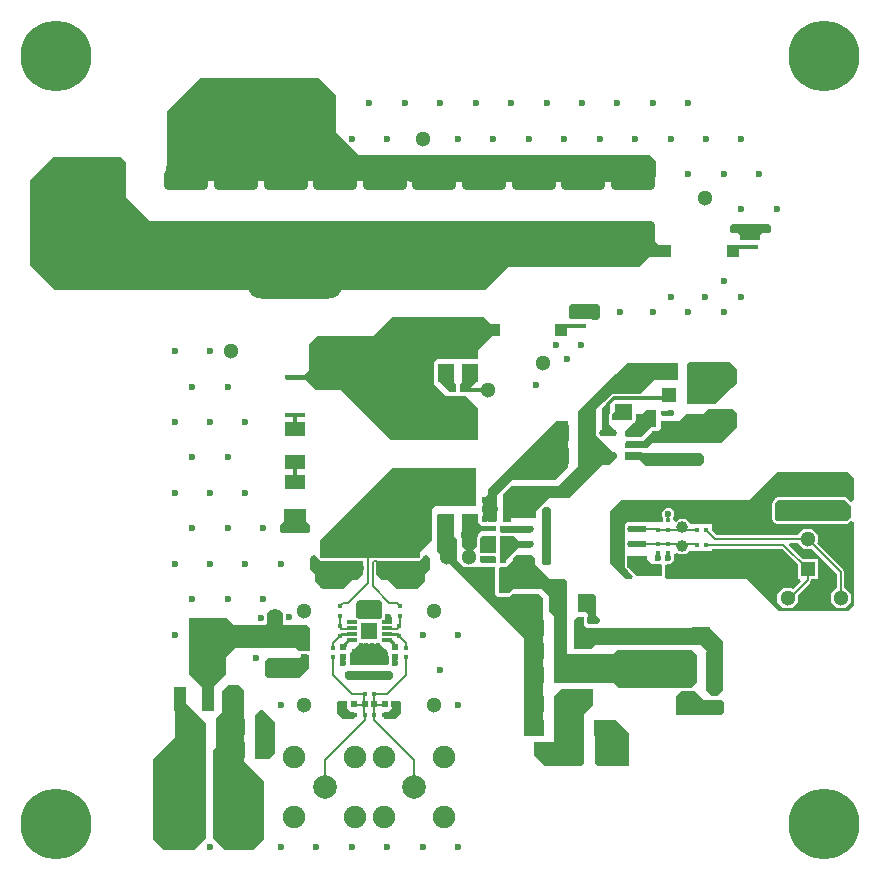
<source format=gbr>
%TF.GenerationSoftware,Altium Limited,Altium Designer,22.9.1 (49)*%
G04 Layer_Physical_Order=1*
G04 Layer_Color=255*
%FSLAX45Y45*%
%MOMM*%
%TF.SameCoordinates,E77D5F78-0586-4990-9624-58BD59020D5A*%
%TF.FilePolarity,Positive*%
%TF.FileFunction,Copper,L1,Top,Signal*%
%TF.Part,Single*%
G01*
G75*
%TA.AperFunction,SMDPad,CuDef*%
%ADD10R,0.45000X0.45000*%
%ADD11R,1.00000X1.45000*%
G04:AMPARAMS|DCode=12|XSize=1.65506mm|YSize=0.58213mm|CornerRadius=0.29107mm|HoleSize=0mm|Usage=FLASHONLY|Rotation=180.000|XOffset=0mm|YOffset=0mm|HoleType=Round|Shape=RoundedRectangle|*
%AMROUNDEDRECTD12*
21,1,1.65506,0.00000,0,0,180.0*
21,1,1.07293,0.58213,0,0,180.0*
1,1,0.58213,-0.53646,0.00000*
1,1,0.58213,0.53646,0.00000*
1,1,0.58213,0.53646,0.00000*
1,1,0.58213,-0.53646,0.00000*
%
%ADD12ROUNDEDRECTD12*%
%ADD13R,1.65506X0.58213*%
%ADD14R,1.40000X1.40000*%
G04:AMPARAMS|DCode=15|XSize=0.86mm|YSize=0.26mm|CornerRadius=0.0325mm|HoleSize=0mm|Usage=FLASHONLY|Rotation=90.000|XOffset=0mm|YOffset=0mm|HoleType=Round|Shape=RoundedRectangle|*
%AMROUNDEDRECTD15*
21,1,0.86000,0.19500,0,0,90.0*
21,1,0.79500,0.26000,0,0,90.0*
1,1,0.06500,0.09750,0.39750*
1,1,0.06500,0.09750,-0.39750*
1,1,0.06500,-0.09750,-0.39750*
1,1,0.06500,-0.09750,0.39750*
%
%ADD15ROUNDEDRECTD15*%
G04:AMPARAMS|DCode=16|XSize=0.86mm|YSize=0.26mm|CornerRadius=0.0325mm|HoleSize=0mm|Usage=FLASHONLY|Rotation=0.000|XOffset=0mm|YOffset=0mm|HoleType=Round|Shape=RoundedRectangle|*
%AMROUNDEDRECTD16*
21,1,0.86000,0.19500,0,0,0.0*
21,1,0.79500,0.26000,0,0,0.0*
1,1,0.06500,0.39750,-0.09750*
1,1,0.06500,-0.39750,-0.09750*
1,1,0.06500,-0.39750,0.09750*
1,1,0.06500,0.39750,0.09750*
%
%ADD16ROUNDEDRECTD16*%
%ADD17R,1.75000X1.15000*%
%ADD18R,0.52000X0.52000*%
%ADD19R,1.45000X1.00000*%
%ADD20C,1.40000*%
%ADD21R,3.25000X2.15000*%
%ADD22R,1.00000X2.15000*%
G04:AMPARAMS|DCode=23|XSize=1.7mm|YSize=3.8mm|CornerRadius=0.425mm|HoleSize=0mm|Usage=FLASHONLY|Rotation=90.000|XOffset=0mm|YOffset=0mm|HoleType=Round|Shape=RoundedRectangle|*
%AMROUNDEDRECTD23*
21,1,1.70000,2.95000,0,0,90.0*
21,1,0.85000,3.80000,0,0,90.0*
1,1,0.85000,1.47500,0.42500*
1,1,0.85000,1.47500,-0.42500*
1,1,0.85000,-1.47500,-0.42500*
1,1,0.85000,-1.47500,0.42500*
%
%ADD23ROUNDEDRECTD23*%
G04:AMPARAMS|DCode=24|XSize=5.5mm|YSize=4.5mm|CornerRadius=1.125mm|HoleSize=0mm|Usage=FLASHONLY|Rotation=180.000|XOffset=0mm|YOffset=0mm|HoleType=Round|Shape=RoundedRectangle|*
%AMROUNDEDRECTD24*
21,1,5.50000,2.25000,0,0,180.0*
21,1,3.25000,4.50000,0,0,180.0*
1,1,2.25000,-1.62500,1.12500*
1,1,2.25000,1.62500,1.12500*
1,1,2.25000,1.62500,-1.12500*
1,1,2.25000,-1.62500,-1.12500*
%
%ADD24ROUNDEDRECTD24*%
%ADD25R,1.35000X1.65000*%
%ADD26R,7.00000X3.20000*%
%ADD27R,0.71120X0.39370*%
%ADD28R,1.70000X0.45000*%
%ADD29R,0.75000X0.85000*%
%ADD30R,1.00000X1.00000*%
%ADD31R,1.60000X1.20000*%
%ADD32R,1.60000X3.30000*%
G04:AMPARAMS|DCode=33|XSize=1.50543mm|YSize=0.57583mm|CornerRadius=0.28791mm|HoleSize=0mm|Usage=FLASHONLY|Rotation=180.000|XOffset=0mm|YOffset=0mm|HoleType=Round|Shape=RoundedRectangle|*
%AMROUNDEDRECTD33*
21,1,1.50543,0.00000,0,0,180.0*
21,1,0.92960,0.57583,0,0,180.0*
1,1,0.57583,-0.46480,0.00000*
1,1,0.57583,0.46480,0.00000*
1,1,0.57583,0.46480,0.00000*
1,1,0.57583,-0.46480,0.00000*
%
%ADD33ROUNDEDRECTD33*%
%ADD34R,1.50543X0.57583*%
%ADD35R,1.52400X1.52400*%
%ADD36R,1.20000X1.20000*%
%ADD37R,0.45000X0.45000*%
%ADD38C,1.30000*%
%ADD39R,0.52000X0.52000*%
%ADD40C,1.00000*%
%ADD41R,1.52400X1.52400*%
%ADD42R,1.20000X1.20000*%
%ADD43R,0.85000X0.75000*%
G04:AMPARAMS|DCode=44|XSize=8mm|YSize=4.5mm|CornerRadius=1.125mm|HoleSize=0mm|Usage=FLASHONLY|Rotation=0.000|XOffset=0mm|YOffset=0mm|HoleType=Round|Shape=RoundedRectangle|*
%AMROUNDEDRECTD44*
21,1,8.00000,2.25000,0,0,0.0*
21,1,5.75000,4.50000,0,0,0.0*
1,1,2.25000,2.87500,-1.12500*
1,1,2.25000,-2.87500,-1.12500*
1,1,2.25000,-2.87500,1.12500*
1,1,2.25000,2.87500,1.12500*
%
%ADD44ROUNDEDRECTD44*%
%TA.AperFunction,Conductor*%
%ADD45C,0.50000*%
%ADD46C,0.30000*%
%ADD47C,0.18500*%
%ADD48C,0.20000*%
%ADD49C,0.40000*%
%ADD50C,0.25000*%
%TA.AperFunction,ComponentPad*%
%ADD51C,2.50000*%
%ADD52C,1.30000*%
%ADD53C,0.60000*%
%ADD54R,1.30000X1.30000*%
%ADD55R,1.30000X1.30000*%
%ADD56C,1.90500*%
%ADD57C,2.00660*%
%ADD58C,6.00000*%
%TA.AperFunction,ViaPad*%
%ADD59C,0.60000*%
G36*
X2870000Y6660000D02*
Y6350000D01*
X3059999Y6160000D01*
X5530000D01*
X5580000Y6110000D01*
Y5980000D01*
X5535072Y5935072D01*
X1460000Y5940000D01*
X1440000Y5960000D01*
Y6530000D01*
X1720000Y6810000D01*
X2720000D01*
X2870000Y6660000D01*
D02*
G37*
G36*
X6550000Y5560000D02*
Y5520000D01*
X6530000Y5500000D01*
X6480000D01*
X6460000Y5480000D01*
Y5450000D01*
X6450000Y5440000D01*
X6300000Y5440000D01*
X6290000Y5450000D01*
Y5480000D01*
X6270000Y5500000D01*
X6220000D01*
X6200000Y5520000D01*
Y5560000D01*
X6220000Y5580000D01*
X6530000D01*
X6550000Y5560000D01*
D02*
G37*
G36*
X1090000Y6100000D02*
Y5800000D01*
X1289991Y5600009D01*
X5530000Y5599991D01*
X5569991Y5560000D01*
X5570000Y5430000D01*
X5580000Y5420000D01*
X5600000Y5400000D01*
X5700000D01*
X5700000Y5300000D01*
X5520000D01*
X5430000Y5210000D01*
X4320000D01*
X4130000Y5020000D01*
X490000D01*
X280000Y5230000D01*
Y5950000D01*
X470000Y6140000D01*
X1049999D01*
X1090000Y6100000D01*
D02*
G37*
G36*
X5100000Y4880000D02*
Y4780000D01*
X5080000Y4760000D01*
Y4760000D01*
X5040000D01*
X5030000Y4770000D01*
X4859999D01*
X4840000Y4790000D01*
X4840000Y4880000D01*
X4860000Y4900000D01*
X5080000D01*
X5100000Y4880000D01*
D02*
G37*
G36*
X4180000Y4730000D02*
X4250000D01*
Y4630000D01*
X4190000D01*
X4070000Y4510000D01*
Y4430000D01*
X3720000D01*
X3700000Y4410000D01*
Y4220000D01*
X3800000Y4120000D01*
X3970000D01*
X4070000Y4020000D01*
Y3750000D01*
X3330000D01*
X2910000Y4170000D01*
X2700000Y4169999D01*
X2609999Y4260000D01*
X2440000Y4260000D01*
Y4290001D01*
X2450000Y4300000D01*
X2600000Y4300000D01*
X2640000Y4340000D01*
Y4560000D01*
X2710000Y4630000D01*
X3180000D01*
X3340000Y4790000D01*
X4120000D01*
X4180000Y4730000D01*
D02*
G37*
G36*
X4060000Y4340000D02*
Y4240000D01*
X3970000Y4150000D01*
X3920000D01*
X3920000Y4219999D01*
X3939999Y4239999D01*
X3940000Y4310000D01*
X3980000Y4350000D01*
X4050000D01*
X4060000Y4340000D01*
D02*
G37*
G36*
X3860000Y4300000D02*
Y4240000D01*
X3880000Y4220000D01*
X3880000Y4150000D01*
X3830000D01*
X3750000Y4229999D01*
X3750000Y4290000D01*
X3772500Y4312500D01*
X3847500D01*
X3860000Y4300000D01*
D02*
G37*
G36*
X6260000Y4350000D02*
Y4230000D01*
X6220000Y4190000D01*
X6080000Y4050000D01*
X5840000D01*
Y4390000D01*
X5860000Y4410000D01*
X6200000D01*
X6260000Y4350000D01*
D02*
G37*
G36*
X5370000Y3920000D02*
X5210000D01*
Y3970000D01*
X5230000Y3990000D01*
Y4050000D01*
X5370000D01*
Y3920000D01*
D02*
G37*
G36*
X5190000Y3985999D02*
X5185000D01*
Y3975000D01*
X5180000Y3970000D01*
Y3880000D01*
X5230000Y3830000D01*
Y3780000D01*
X5110000D01*
Y3830000D01*
X5120000Y3840000D01*
Y4020000D01*
X5150000Y4050000D01*
X5190000D01*
Y3985999D01*
D02*
G37*
G36*
X5580000Y3860000D02*
X5540000D01*
X5450000Y3770000D01*
X5330000Y3770000D01*
X5310000Y3790000D01*
X5310000Y3820000D01*
X5384000Y3894000D01*
X5394999D01*
Y3904999D01*
X5410000Y3920000D01*
Y3960000D01*
X5450000D01*
X5490000Y4000000D01*
X5580000D01*
Y3860000D01*
D02*
G37*
G36*
X6260000Y3980000D02*
Y3850000D01*
X6130000Y3720000D01*
X5540000D01*
X5500000Y3680000D01*
X5320000D01*
X5310000Y3690000D01*
Y3720000D01*
X5330000Y3740000D01*
X5470000D01*
X5540000Y3810000D01*
Y3820000D01*
X5590000D01*
X5620000Y3850000D01*
Y3910000D01*
X5770000D01*
X5830000Y3970000D01*
X5980000D01*
X6020000Y4010000D01*
X6230000D01*
X6260000Y3980000D01*
D02*
G37*
G36*
X5470000Y3640000D02*
X5950000Y3639999D01*
X5980000Y3610000D01*
Y3560000D01*
X5950000Y3530000D01*
X5490000Y3530000D01*
X5440000Y3580000D01*
X5310000D01*
Y3650000D01*
X5460000D01*
X5470000Y3640000D01*
D02*
G37*
G36*
X4830000Y3520000D02*
X4720000Y3410000D01*
X4372143Y3410000D01*
X4360000D01*
X4230000Y3280000D01*
Y3060000D01*
X4110000D01*
X4110000Y3250000D01*
X4150000Y3290000D01*
X4150000Y3330000D01*
X4210000Y3390000D01*
X4350000Y3530000D01*
X4550000Y3730000D01*
X4670000Y3849999D01*
X4730000Y3910000D01*
X4830000D01*
Y3520000D01*
D02*
G37*
G36*
X7250000Y3430000D02*
Y3235970D01*
X7225000Y3225614D01*
X7195307Y3255307D01*
X7180000Y3261648D01*
X6610000D01*
X6594693Y3255307D01*
X6594385Y3255000D01*
X6587500D01*
Y3248114D01*
X6564692Y3225307D01*
X6558352Y3209999D01*
Y3080000D01*
X6564692Y3064692D01*
X6584693Y3044692D01*
X6600000Y3038352D01*
X7190000D01*
X7205308Y3044693D01*
X7225000Y3064385D01*
X7250000Y3054030D01*
Y2350000D01*
X7200000Y2300000D01*
X6620000D01*
X6350000Y2570000D01*
X5663279D01*
X5649577Y2595000D01*
X5651648Y2600000D01*
Y2678165D01*
X5656536Y2692133D01*
X5674566Y2700000D01*
X5700710D01*
X5729999Y2729289D01*
Y2770710D01*
X5732486Y2782159D01*
X5759812Y2790187D01*
X5770000Y2780000D01*
X5770977D01*
X5770978Y2779999D01*
X5828968D01*
X5828968Y2780000D01*
X5830000D01*
X5860000Y2810000D01*
X6050000D01*
Y2828340D01*
X6642885D01*
X6774999Y2696226D01*
Y2571000D01*
X6793562D01*
X6803129Y2547903D01*
X6737701Y2482475D01*
X6725177Y2494999D01*
X6654761D01*
X6604969Y2445207D01*
Y2374791D01*
X6654761Y2324999D01*
X6725177D01*
X6774969Y2374791D01*
Y2430195D01*
X6882386Y2537612D01*
X6891659Y2559999D01*
Y2571000D01*
X6944999D01*
Y2741000D01*
X6819773D01*
X6705529Y2855243D01*
X6715096Y2878340D01*
X6774999D01*
Y2874792D01*
X6824791Y2825000D01*
X6895207D01*
X6897716Y2827509D01*
X7108340Y2616885D01*
Y2494999D01*
X7104792D01*
X7055000Y2445207D01*
Y2374791D01*
X7104792Y2324999D01*
X7175208D01*
X7225000Y2374791D01*
Y2445207D01*
X7175208Y2494999D01*
X7171660D01*
Y2629999D01*
X7162387Y2652385D01*
X6942490Y2872283D01*
X6944999Y2874792D01*
Y2945208D01*
X6895207Y2995000D01*
X6824791D01*
X6774999Y2945208D01*
Y2941660D01*
X6093114D01*
X6050000Y2984773D01*
Y3040000D01*
X5870000D01*
X5830000Y3080000D01*
X5770000D01*
X5747499Y3057499D01*
X5722499Y3067855D01*
Y3091789D01*
X5729999Y3099289D01*
Y3140710D01*
X5700710Y3170000D01*
X5659289D01*
X5630000Y3140710D01*
Y3099289D01*
X5637500Y3091789D01*
Y3050000D01*
X5330000D01*
X5310000Y3030000D01*
Y2790000D01*
X5315304Y2784696D01*
Y2716014D01*
X5310000Y2710711D01*
Y2669289D01*
X5339289Y2640000D01*
X5339385D01*
X5384385Y2595000D01*
X5374030Y2570000D01*
X5320000D01*
X5190000Y2700000D01*
Y3150000D01*
X5280000Y3240000D01*
X6360000D01*
X6600000Y3480000D01*
X7200000Y3480000D01*
X7250000Y3430000D01*
D02*
G37*
G36*
X5760000Y4260000D02*
X5560000D01*
X5440000Y4140000D01*
X5200000D01*
X5132500Y4072499D01*
X5127500D01*
Y4067500D01*
X5070000Y4010000D01*
Y3790000D01*
X5084536Y3775463D01*
X5088305Y3769823D01*
X5093945Y3766055D01*
X5209999Y3650000D01*
X5230000D01*
X5250000Y3630000D01*
Y3600000D01*
X5190000Y3540000D01*
X5120000D01*
X4840000Y3260000D01*
X4670000Y3260000D01*
X4560000Y3150000D01*
X4560000Y3100000D01*
X4550000Y3090000D01*
X4322500D01*
X4280000Y3132500D01*
Y3290000D01*
X4350000Y3360000D01*
X4749999D01*
X4880000Y3490000D01*
X4920000Y3530000D01*
X4920000Y3990000D01*
X5240000Y4310000D01*
X5330000Y4400000D01*
X5760000Y4400000D01*
Y4260000D01*
D02*
G37*
G36*
X7230000Y3190000D02*
Y3100000D01*
X7190000Y3060000D01*
X6600000D01*
X6580000Y3080000D01*
Y3209999D01*
X6610000Y3240000D01*
X7180000D01*
X7230000Y3190000D01*
D02*
G37*
G36*
X4067500Y3052500D02*
X4097500Y3022500D01*
X4220000D01*
Y2977499D01*
X4097500Y2977500D01*
X4060000Y2940000D01*
Y2850000D01*
X4020000Y2810000D01*
X3970000D01*
X3932500Y2847500D01*
X3932500Y3062500D01*
X3940000Y3070000D01*
X4067500D01*
Y3052500D01*
D02*
G37*
G36*
X4515589Y2964393D02*
X4270606D01*
X4257500Y2977500D01*
Y3022500D01*
X4257606Y3022606D01*
X4515589D01*
Y2964393D01*
D02*
G37*
G36*
X2610000Y3060000D02*
X2650000Y3020000D01*
Y2980000D01*
X2630000Y2960000D01*
X2410000D01*
X2390000Y2980000D01*
Y3020000D01*
X2430000Y3060000D01*
Y3160000D01*
X2610000D01*
Y3060000D01*
D02*
G37*
G36*
X4222500Y2795239D02*
X4084440D01*
Y2914440D01*
X4102485Y2932485D01*
X4222500D01*
X4222500Y2795239D01*
D02*
G37*
G36*
X4050000Y3189999D02*
X3710000D01*
X3680000Y3160000D01*
X3679999Y2899999D01*
X3580000Y2799999D01*
Y2760000D01*
X3570000Y2750000D01*
X2740001D01*
X2730000Y2760000D01*
Y2900000D01*
X3340000Y3510000D01*
X4050000D01*
Y3189999D01*
D02*
G37*
G36*
X4408296Y2895606D02*
X4515589D01*
Y2837393D01*
X4408296D01*
X4302500Y2731597D01*
Y2707499D01*
X4257500D01*
X4257500Y2932485D01*
X4371418D01*
X4408296Y2895606D01*
D02*
G37*
G36*
X4222500Y2752499D02*
Y2707499D01*
X4102330D01*
X4084440Y2725389D01*
Y2764759D01*
X4210240D01*
X4222500Y2752499D01*
D02*
G37*
G36*
X4690000Y3160000D02*
X4690000Y2710000D01*
X4670000Y2689999D01*
X4629999Y2690000D01*
X4610000Y2710000D01*
X4609999Y3160000D01*
X4630000Y3180000D01*
X4670000Y3180000D01*
X4690000Y3160000D01*
D02*
G37*
G36*
X5500000Y2740000D02*
X5540000Y2700000D01*
X5620000D01*
X5630000Y2690000D01*
Y2600000D01*
X5410000D01*
X5340000Y2670000D01*
Y2760000D01*
X5500000D01*
Y2740000D01*
D02*
G37*
G36*
X3660000Y2750000D02*
Y2650000D01*
X3620000Y2610000D01*
Y2550000D01*
X3560000Y2490000D01*
X3380000D01*
X3310000Y2560000D01*
X3260000D01*
X3209999Y2610001D01*
X3210000Y2720000D01*
X3570000Y2720000D01*
X3587500Y2737500D01*
X3592500D01*
Y2742500D01*
X3620000Y2770000D01*
X3640000D01*
X3660000Y2750000D01*
D02*
G37*
G36*
X2717501Y2742499D02*
Y2737500D01*
X2722500D01*
X2740000Y2720000D01*
X3100000D01*
Y2610000D01*
X3050000Y2560000D01*
X3000000D01*
X2930000Y2490000D01*
X2750000D01*
X2690000Y2550000D01*
Y2610000D01*
X2650000Y2650000D01*
Y2750000D01*
X2670000Y2770000D01*
X2690000D01*
X2717501Y2742499D01*
D02*
G37*
G36*
X3240000Y2389999D02*
X3260000Y2369999D01*
Y2259946D01*
Y2240054D01*
Y2240000D01*
X3258455Y2238455D01*
X3255250D01*
X3246178Y2236651D01*
X3238488Y2231512D01*
X3237477Y2229999D01*
X3062523D01*
X3061512Y2231512D01*
X3053821Y2236651D01*
X3044750Y2238455D01*
X3041544D01*
X3040000Y2239999D01*
Y2370000D01*
X3060000Y2390000D01*
X3240000Y2389999D01*
D02*
G37*
G36*
X3340000Y2220000D02*
X3330000Y2210000D01*
Y2200000D01*
X3290000D01*
X3280000Y2210000D01*
Y2238030D01*
X3280392Y2240000D01*
Y2240054D01*
Y2250000D01*
X3340000D01*
Y2220000D01*
D02*
G37*
G36*
X5070000Y2420000D02*
Y2260000D01*
X5100000Y2230000D01*
Y2210000D01*
X5080000Y2190000D01*
X5000000D01*
Y2270000D01*
X4980000Y2290000D01*
X4920000D01*
Y2440000D01*
X5050000D01*
X5070000Y2420000D01*
D02*
G37*
G36*
X2420000Y2240054D02*
Y2190000D01*
X2430000Y2180000D01*
X2620000D01*
X2650000Y2150000D01*
Y1970000D01*
X2640000Y1960000D01*
X2550000Y1960000D01*
X2520000Y1990000D01*
X2020000D01*
X1940000Y1910000D01*
Y1770000D01*
X1830000Y1660000D01*
Y1450000D01*
X1730000D01*
Y1660000D01*
X1620000Y1770000D01*
Y2240000D01*
X1940000D01*
X2000000Y2180000D01*
X2270000D01*
X2280000Y2190000D01*
Y2250000D01*
X2420000D01*
Y2240054D01*
D02*
G37*
G36*
X3310541Y1946692D02*
X3310542Y1841441D01*
X2985542D01*
X2985541Y1946692D01*
X3060041Y2021192D01*
X3236042D01*
X3310541Y1946692D01*
D02*
G37*
G36*
X2640000Y1820000D02*
X2550000Y1730000D01*
X2289999D01*
X2270000Y1750000D01*
X2270000Y1880000D01*
X2290000Y1900000D01*
X2550000D01*
X2580000Y1930000D01*
X2640000D01*
Y1820000D01*
D02*
G37*
G36*
X3333041Y1791442D02*
X3348042Y1776442D01*
Y1736442D01*
X3328042Y1716442D01*
X2968041D01*
X2948042Y1736442D01*
Y1776442D01*
X2963042Y1791442D01*
X3333041Y1791442D01*
D02*
G37*
G36*
X4550000Y2750000D02*
Y2700000D01*
X4680000Y2570000D01*
X4800000D01*
X4820000Y2550000D01*
Y1940000D01*
X5220000Y1939999D01*
X5250000Y1970000D01*
X5880000Y1969999D01*
X5920000Y1930000D01*
Y1700000D01*
X5870000Y1650000D01*
X5260000D01*
X5220000Y1689999D01*
X4830000Y1690000D01*
X4710000D01*
Y2260000D01*
X4670000Y2300000D01*
Y2430000D01*
X4610000Y2490000D01*
X4460000D01*
X4370000Y2490000D01*
X4330000Y2450000D01*
X4260000D01*
X4250000Y2460000D01*
Y2660000D01*
X4260000Y2670000D01*
X4310000D01*
X4370000Y2730000D01*
Y2750000D01*
X4390000Y2770000D01*
X4530000D01*
X4550000Y2750000D01*
D02*
G37*
G36*
X4970000Y2180000D02*
X4975001Y2174999D01*
Y2174000D01*
X4976000D01*
X4990000Y2160000D01*
X6030000D01*
X6140000Y2050000D01*
Y1630000D01*
X6090000Y1580000D01*
X6050000D01*
X6000000Y1630000D01*
Y1950000D01*
X6010000Y1960000D01*
X5960000Y2010000D01*
X5060000D01*
X5030000Y1980000D01*
X4900000D01*
X4880000Y2000000D01*
Y2220000D01*
X4910000Y2250000D01*
X4970000D01*
Y2180000D01*
D02*
G37*
G36*
X5980000Y1550000D02*
X6130000D01*
X6150000Y1530000D01*
Y1440000D01*
X6130000Y1420000D01*
X5750000D01*
Y1580000D01*
X5790000Y1620000D01*
X5910000D01*
X5980000Y1550000D01*
D02*
G37*
G36*
X3418042Y1526441D02*
Y1436441D01*
X3368042Y1386441D01*
X3278042Y1386441D01*
X3270000Y1394484D01*
Y1438399D01*
X3278042Y1446441D01*
X3308042D01*
X3338042Y1476441D01*
Y1526441D01*
X3348042Y1536441D01*
X3408042D01*
X3418042Y1526441D01*
D02*
G37*
G36*
X2958042D02*
Y1476441D01*
X2988042Y1446441D01*
X3018042D01*
X3048042Y1416441D01*
X3018042Y1386441D01*
X2928042Y1386441D01*
X2878043Y1436441D01*
Y1526441D01*
X2888043Y1536441D01*
X2948042D01*
X2958042Y1526441D01*
D02*
G37*
G36*
X3869999Y3100000D02*
X3870000Y2930000D01*
X3890000Y2910000D01*
Y2730000D01*
X3950000Y2670000D01*
X4210000D01*
Y2440000D01*
X4230000Y2420000D01*
X4340000D01*
X4360000Y2440000D01*
X4590000D01*
X4620000Y2410000D01*
Y1240000D01*
X4460000D01*
Y2070000D01*
X3840000Y2690000D01*
X3770000Y2760000D01*
X3720000Y2810000D01*
Y3100000D01*
X3740000Y3120000D01*
X3850000D01*
X3869999Y3100000D01*
D02*
G37*
G36*
X2350000Y1360000D02*
Y1100000D01*
X2300000Y1050000D01*
X2180000Y1050000D01*
Y1420000D01*
X2220000Y1460000D01*
X2250000D01*
X2350000Y1360000D01*
D02*
G37*
G36*
X5350000Y1270000D02*
Y990000D01*
X5080000D01*
X5060000Y1010000D01*
Y1380000D01*
X5240000D01*
X5350000Y1270000D01*
D02*
G37*
G36*
X5040000Y1500000D02*
X4970000Y1430000D01*
Y1010000D01*
X4950000Y990000D01*
X4630000D01*
X4540000Y1080000D01*
Y1190000D01*
X4710000D01*
Y1580000D01*
X4770000Y1640000D01*
X5040000D01*
Y1500000D01*
D02*
G37*
G36*
X2090000Y1630000D02*
Y1030000D01*
X2260000Y860000D01*
Y370000D01*
X2170000Y280000D01*
X1930000D01*
X1830000Y380000D01*
Y1120000D01*
X1850000Y1140000D01*
Y1390000D01*
X1900000Y1440000D01*
X1900000Y1620000D01*
X1950000Y1670000D01*
X2050000D01*
X2090000Y1630000D01*
D02*
G37*
G36*
X1600000Y1520000D02*
X1710000Y1410000D01*
X1770000Y1350000D01*
Y380000D01*
X1670000Y280000D01*
X1410000D01*
X1320000Y370000D01*
Y1050000D01*
X1500000Y1230000D01*
Y1660000D01*
X1600000D01*
Y1520000D01*
D02*
G37*
D10*
X5170000Y4030000D02*
D03*
X5250000D02*
D03*
X4200000Y2909985D02*
D03*
X4280000D02*
D03*
X5640000Y3980000D02*
D03*
X5560000D02*
D03*
X5640000Y3890000D02*
D03*
X5560000D02*
D03*
X4120000Y2890000D02*
D03*
X4040000D02*
D03*
X3110000Y1599999D02*
D03*
X3190000D02*
D03*
X3270000Y1419999D02*
D03*
X3190000D02*
D03*
X3030000D02*
D03*
X3110000D02*
D03*
X4200000Y3000000D02*
D03*
X4280000D02*
D03*
X4200000Y2729999D02*
D03*
X4280000D02*
D03*
X3950000Y2890000D02*
D03*
X3870000D02*
D03*
X4280000Y2819999D02*
D03*
X4200000D02*
D03*
X5999999Y2860000D02*
D03*
X5920000D02*
D03*
X6000000Y2990000D02*
D03*
X5920000D02*
D03*
X3940000Y4170000D02*
D03*
X3860000D02*
D03*
D11*
X4965000Y2370023D02*
D03*
X4775000D02*
D03*
X2235000Y1319999D02*
D03*
X2044999D02*
D03*
X2235000Y1119999D02*
D03*
X2044999D02*
D03*
X1905000Y1219999D02*
D03*
X1715000D02*
D03*
X4765000Y2159976D02*
D03*
X4575000D02*
D03*
X4575000Y1760000D02*
D03*
X4765000D02*
D03*
X4575000Y1960000D02*
D03*
X4765000D02*
D03*
X4975000Y3609999D02*
D03*
X4785000D02*
D03*
X4975000Y3809999D02*
D03*
X4785000D02*
D03*
X4574999Y1510000D02*
D03*
X4765000D02*
D03*
X4575000Y1310000D02*
D03*
X4765000D02*
D03*
X5105000D02*
D03*
X4915000D02*
D03*
D12*
X4461943Y2739499D02*
D03*
Y2866499D02*
D03*
Y2993499D02*
D03*
Y3120499D02*
D03*
X5418057D02*
D03*
Y2993499D02*
D03*
Y2866499D02*
D03*
D13*
Y2739499D02*
D03*
D14*
X3150000Y2130000D02*
D03*
D15*
X3225000Y1985000D02*
D03*
X3075000D02*
D03*
X3125000D02*
D03*
X3175000D02*
D03*
X3075000Y2275000D02*
D03*
X3125000D02*
D03*
X3225000D02*
D03*
X3175000D02*
D03*
D16*
X3005000Y2105000D02*
D03*
Y2154999D02*
D03*
Y2054999D02*
D03*
Y2205000D02*
D03*
X3295000Y2154999D02*
D03*
Y2105000D02*
D03*
Y2054999D02*
D03*
Y2205000D02*
D03*
D17*
X2520000Y3392501D02*
D03*
Y3107501D02*
D03*
Y3842501D02*
D03*
Y3557501D02*
D03*
D18*
X5348999Y3940000D02*
D03*
X5431000D02*
D03*
X5149000Y3939999D02*
D03*
X5231000D02*
D03*
X4939001Y2220000D02*
D03*
X5021001D02*
D03*
X3361000Y1510000D02*
D03*
X3278999D02*
D03*
X2938999D02*
D03*
X3021001D02*
D03*
X3108999D02*
D03*
X3191000D02*
D03*
D19*
X2449976Y1854999D02*
D03*
Y2044999D02*
D03*
X5650000Y3585000D02*
D03*
Y3775000D02*
D03*
X5850000Y3584999D02*
D03*
Y3775000D02*
D03*
X6910000Y3185000D02*
D03*
Y3375000D02*
D03*
X6680000Y3185000D02*
D03*
Y3375000D02*
D03*
X5910000Y3914999D02*
D03*
Y4104999D02*
D03*
D20*
X2349971Y2249999D02*
D03*
D21*
X1780000Y2142499D02*
D03*
D22*
X2010000Y1557499D02*
D03*
X1780000D02*
D03*
X1550000D02*
D03*
D23*
X2440000Y5514999D02*
D03*
Y5945000D02*
D03*
X1600000Y5514999D02*
D03*
Y5945000D02*
D03*
X4120000D02*
D03*
Y5514999D02*
D03*
X3700000Y5945000D02*
D03*
Y5514999D02*
D03*
X4960000Y5945001D02*
D03*
Y5514999D02*
D03*
X3280000Y5945000D02*
D03*
Y5514999D02*
D03*
X5380000Y5945001D02*
D03*
Y5514999D02*
D03*
X2860000Y5945000D02*
D03*
Y5514999D02*
D03*
X2020000Y5945000D02*
D03*
Y5514999D02*
D03*
X4540000Y5945001D02*
D03*
Y5514999D02*
D03*
D24*
X2930000Y4400000D02*
D03*
D25*
X4000000Y4312500D02*
D03*
X3800000D02*
D03*
X3400000Y5107500D02*
D03*
X3600000D02*
D03*
X3800000D02*
D03*
X4000000D02*
D03*
X3600000Y4312500D02*
D03*
X3400000D02*
D03*
X4000000Y3042500D02*
D03*
X3800000D02*
D03*
X3600000D02*
D03*
X3400000D02*
D03*
X3600000Y3837500D02*
D03*
X3400000D02*
D03*
X3800000D02*
D03*
X4000000D02*
D03*
D26*
X3700000Y4619000D02*
D03*
Y3348999D02*
D03*
D27*
X4120000Y2814924D02*
D03*
Y2745074D02*
D03*
D28*
X2520000Y3962500D02*
D03*
Y4277500D02*
D03*
D29*
X5712500Y2650000D02*
D03*
X5587500D02*
D03*
X4312500Y3220000D02*
D03*
X4187500D02*
D03*
X4312500Y3100000D02*
D03*
X4187500D02*
D03*
X4292499Y2620000D02*
D03*
X4167499D02*
D03*
X4292499Y2500000D02*
D03*
X4167499D02*
D03*
D30*
X4205000Y4680001D02*
D03*
X4775000D02*
D03*
X5655000Y5349998D02*
D03*
X6225001D02*
D03*
D31*
X4959999Y1579999D02*
D03*
Y1809999D02*
D03*
Y2039999D02*
D03*
D32*
X5600000Y1809999D02*
D03*
D33*
X5169961Y3805000D02*
D03*
X5390038D02*
D03*
X5169961Y3615000D02*
D03*
X5390038Y3710000D02*
D03*
D34*
Y3615000D02*
D03*
D35*
X5360000Y4229977D02*
D03*
D36*
X5690000Y4129977D02*
D03*
Y4329977D02*
D03*
D37*
X5680000Y2870000D02*
D03*
Y2790000D02*
D03*
X5590000D02*
D03*
Y2870000D02*
D03*
X6070000Y1610000D02*
D03*
Y1529999D02*
D03*
X4970000Y4790000D02*
D03*
Y4710000D02*
D03*
X4880000Y4790000D02*
D03*
Y4710000D02*
D03*
X3460000Y1989999D02*
D03*
Y1909999D02*
D03*
X2900000Y2339999D02*
D03*
Y2260000D02*
D03*
X3410000Y2339999D02*
D03*
Y2260000D02*
D03*
X2840000Y1989999D02*
D03*
Y1909999D02*
D03*
X2900000Y2169999D02*
D03*
Y2090000D02*
D03*
X3400000D02*
D03*
Y2169999D02*
D03*
X3310000Y2700000D02*
D03*
Y2780000D02*
D03*
X3470000Y2700000D02*
D03*
Y2780000D02*
D03*
X3390000Y2700000D02*
D03*
Y2780000D02*
D03*
X2920000Y2700000D02*
D03*
Y2780000D02*
D03*
X2760000Y2700000D02*
D03*
Y2780000D02*
D03*
X2840000Y2700000D02*
D03*
Y2780000D02*
D03*
X3000000Y2700000D02*
D03*
Y2780000D02*
D03*
X3230000Y2700000D02*
D03*
Y2780000D02*
D03*
X3080000Y2700000D02*
D03*
Y2780000D02*
D03*
X3550000Y2700000D02*
D03*
Y2780000D02*
D03*
X5680000Y3069999D02*
D03*
Y2990000D02*
D03*
X5590000Y3069999D02*
D03*
Y2990000D02*
D03*
X6330001Y5459998D02*
D03*
Y5379998D02*
D03*
X6420000Y5459998D02*
D03*
Y5379998D02*
D03*
D38*
X3809977Y4029999D02*
D03*
X4149965Y4169999D02*
D03*
X3989970Y2759999D02*
D03*
X3809976D02*
D03*
X3159968Y2889998D02*
D03*
D39*
X2599977Y1908999D02*
D03*
Y1990999D02*
D03*
X3370000Y1908999D02*
D03*
Y1991000D02*
D03*
X2930000Y1908999D02*
D03*
Y1991000D02*
D03*
D40*
X5799973Y2849999D02*
D03*
X5799975Y3009999D02*
D03*
D41*
X5960000Y2089999D02*
D03*
D42*
X6060000Y1760000D02*
D03*
X5860000D02*
D03*
D43*
X3030000Y1757500D02*
D03*
Y1882499D02*
D03*
X3270000Y1757500D02*
D03*
Y1882499D02*
D03*
X3150000Y1757500D02*
D03*
Y1882499D02*
D03*
X4510000Y3317500D02*
D03*
Y3442500D02*
D03*
X4390000Y3317500D02*
D03*
Y3442500D02*
D03*
X4410000Y2532499D02*
D03*
Y2407499D02*
D03*
X4530000Y2532499D02*
D03*
Y2407499D02*
D03*
D44*
X2520000Y5170000D02*
D03*
D45*
X3790000Y2789289D02*
X3794669Y2784620D01*
X3790000Y2867294D02*
X3810000Y2887294D01*
X3794669Y2735306D02*
X3809976Y2719999D01*
X3794669Y2735306D02*
Y2784620D01*
X3790000Y2789289D02*
Y2867294D01*
X3810000Y2887294D02*
Y2890000D01*
D46*
X5170000Y4050000D02*
X5220000Y4100000D01*
X5660023D01*
X3989970Y2859970D02*
X3990000Y2860000D01*
X3989970Y2759999D02*
Y2859970D01*
X5590000Y2750000D02*
X5590000Y2750000D01*
X5590000Y2750000D02*
Y2790000D01*
X6330001Y5379998D02*
X6420000D01*
X6225001Y5349998D02*
X6255001Y5379998D01*
X6330001D01*
X2520000Y3392501D02*
Y3557501D01*
X2520000Y3842501D02*
X2520000Y3842501D01*
X2520000Y3842501D02*
Y3962500D01*
X4810000Y4710000D02*
X4880000D01*
X4970000D01*
X3940000Y4170000D02*
X4150000D01*
X3940000Y4170000D02*
X3940000Y4170000D01*
X5590000Y3070999D02*
Y3120000D01*
D47*
X3409999Y2340000D02*
X3410000D01*
X3390837Y2359162D02*
X3409999Y2340000D01*
X3390837Y2359162D02*
Y2359162D01*
X3380000Y2369999D02*
X3390837Y2359162D01*
X2900000Y2340000D02*
X2900000D01*
X2930000Y2369999D01*
X3408042Y2176442D02*
Y2258041D01*
X3410000Y2260000D01*
X2898041Y2166441D02*
Y2258041D01*
X2900000Y2260000D01*
X5680000Y2750000D02*
Y2790000D01*
X7140000Y2409999D02*
Y2629999D01*
X6860000Y2909999D02*
X7140000Y2629999D01*
X6860000Y2909999D02*
Y2910000D01*
X6690000Y2410000D02*
X6710000D01*
X6859999Y2559999D01*
Y2656000D01*
X4780000Y4680000D02*
X4810000Y4710000D01*
X3370000Y1908999D02*
X3370000Y1908998D01*
Y1860000D02*
Y1908998D01*
X2930000Y1860000D02*
Y1910000D01*
X3190000Y1380000D02*
Y1419999D01*
X3530000Y809999D02*
Y1040000D01*
X3190000Y1380000D02*
X3530000Y1040000D01*
X2770000Y809999D02*
Y1039999D01*
X3110000Y1379999D02*
Y1419999D01*
X2770000Y1039999D02*
X3110000Y1379999D01*
X3188542Y1419999D02*
Y1505941D01*
X3107541Y1419999D02*
Y1505941D01*
X3320001Y2369999D02*
X3380000D01*
X3180000Y2510000D02*
Y2709163D01*
Y2510000D02*
X3320001Y2369999D01*
X3180000Y2709163D02*
X3190837Y2720000D01*
X3210000D02*
X3230000Y2700000D01*
X3190837Y2720000D02*
X3210000D01*
X3221919Y2691918D02*
X3230000Y2700000D01*
X3140000Y2540000D02*
Y2760000D01*
X2969999Y2369999D02*
X3140000Y2540000D01*
X2930000Y2369999D02*
X2969999D01*
X6000000Y2990000D02*
X6080000Y2910000D01*
X6859999D01*
X6655999Y2860000D02*
X6859999Y2656000D01*
X6000000Y2860000D02*
X6655999D01*
X5685000Y2865000D02*
X5915000D01*
X5590000Y2870000D02*
X5680000D01*
X5915000Y2865000D02*
X5920000Y2860000D01*
X5408057Y2866499D02*
X5409807Y2868250D01*
X5419807D02*
X5588250D01*
X5590000Y2870000D01*
X5410000Y2990000D02*
X5411750Y2991750D01*
X5588250D02*
X5590000Y2990000D01*
X5421750Y2991750D02*
X5588250D01*
X5680000Y2990000D02*
X5920000D01*
X5590000D02*
X5680000D01*
Y3069900D02*
Y3120000D01*
X3398041Y2166441D02*
X3408042Y2176442D01*
X3398041Y2086442D02*
X3458042Y2026441D01*
X3383041Y2151441D02*
X3398041Y2166441D01*
X3188542Y1506942D02*
X3189042Y1506441D01*
X3188542Y1506942D02*
Y1595941D01*
Y1505941D02*
X3189042Y1506441D01*
X2838042Y1756442D02*
X2998542Y1595942D01*
X2838042Y1986442D02*
Y2026442D01*
Y1756442D02*
Y1906442D01*
X3019041Y1506441D02*
X3019042Y1506441D01*
X3107041D02*
X3107541Y1506942D01*
X3107041Y1506441D02*
X3107541Y1505941D01*
X3019042Y1506441D02*
X3107041D01*
X3107541Y1506942D02*
Y1595942D01*
X2998542D02*
X3107541D01*
X3188041Y1596442D02*
X3298041D01*
X3107541Y1595942D02*
X3108041Y1596442D01*
X3188041D02*
X3188542Y1595941D01*
X2913041Y2151441D02*
X3003041D01*
X3458042Y1756442D02*
Y1906442D01*
Y1986442D02*
Y2026441D01*
X3298041Y1596442D02*
X3458042Y1756442D01*
X3189042Y1506441D02*
X3277041D01*
X2838042Y2026442D02*
X2898041Y2086442D01*
Y2166441D02*
X2913041Y2151441D01*
X3293041D02*
X3383041D01*
D48*
X5149000Y3822361D02*
X5166361Y3805000D01*
X5169961D01*
X5660023Y4100000D02*
X5690000Y4129977D01*
D49*
X5640000Y3980000D02*
X5700000D01*
X4960000Y2040000D02*
X4980000D01*
D50*
X3383041Y2101442D02*
X3398041Y2086442D01*
X2928041Y1987442D02*
X2941541Y2000942D01*
Y2019941D01*
X2973041Y2051441D02*
X3003041D01*
X2913041Y2101442D02*
X3003041D01*
X2941541Y2019941D02*
X2973041Y2051441D01*
X3323042D02*
X3354541Y2019942D01*
Y2000942D02*
X3368041Y1987442D01*
X3354541Y2000942D02*
Y2019942D01*
X2898041Y2086442D02*
X2913041Y2101442D01*
X3293041D02*
X3383041D01*
X3293041Y2051441D02*
X3323042D01*
D51*
X2537500Y6659999D02*
D03*
X1902500D02*
D03*
X854998Y5987500D02*
D03*
Y5352500D02*
D03*
D52*
X3599970Y6300000D02*
D03*
X1700000Y829999D02*
D03*
X2050000Y400000D02*
D03*
X1540000D02*
D03*
X4579978Y3630000D02*
D03*
X5989977Y5799999D02*
D03*
X3700000Y1500000D02*
D03*
X6859999Y2910000D02*
D03*
X7140000Y2409999D02*
D03*
X2600000Y1500000D02*
D03*
X6689969Y2409999D02*
D03*
X5849958Y1519998D02*
D03*
X1979961Y4499998D02*
D03*
X4619962Y4399998D02*
D03*
X5919964Y4299998D02*
D03*
X2599965Y2300000D02*
D03*
X4849999Y1090000D02*
D03*
X6160000Y3910000D02*
D03*
X5279999Y1090000D02*
D03*
X6159999Y4300000D02*
D03*
X4400000Y2239999D02*
D03*
X6359999Y3059999D02*
D03*
X3700000Y2300000D02*
D03*
X7140000Y3380000D02*
D03*
X7140000Y3150000D02*
D03*
D53*
X3110000Y2090000D02*
D03*
X3190000D02*
D03*
Y2169999D02*
D03*
X3110000D02*
D03*
D54*
X1900000Y829999D02*
D03*
D55*
X6859999Y2656000D02*
D03*
D56*
X3785270Y1065269D02*
D03*
Y554729D02*
D03*
X3274730D02*
D03*
Y1065269D02*
D03*
X3025270D02*
D03*
Y554729D02*
D03*
X2514730Y1065269D02*
D03*
Y554729D02*
D03*
D57*
X3530000Y809999D02*
D03*
X2770000D02*
D03*
D58*
X500000Y7000000D02*
D03*
X7000000D02*
D03*
X500000Y500000D02*
D03*
X7000000D02*
D03*
D59*
X3310000Y2250000D02*
D03*
X3150001Y6600000D02*
D03*
X5850000D02*
D03*
X5550001D02*
D03*
X4350000D02*
D03*
X4050000D02*
D03*
X3750000D02*
D03*
X3450000D02*
D03*
X4650000D02*
D03*
X4950000D02*
D03*
X5250000D02*
D03*
X2249999Y6599998D02*
D03*
X1649999D02*
D03*
X4190000Y3280000D02*
D03*
X4650000Y3150000D02*
D03*
X5070000Y2220000D02*
D03*
X5170000Y6110000D02*
D03*
X1550000Y6040000D02*
D03*
X1700000Y6110000D02*
D03*
X1650000Y6040000D02*
D03*
X1500000Y6110000D02*
D03*
X1600000D02*
D03*
X1450000Y6040000D02*
D03*
X1750000D02*
D03*
X2020000Y6110000D02*
D03*
X1810000Y6110000D02*
D03*
X2070000Y6040000D02*
D03*
X1870000D02*
D03*
X1970000D02*
D03*
X2120000Y6110000D02*
D03*
X1920000D02*
D03*
X2170000Y6040000D02*
D03*
X2230000Y6110000D02*
D03*
X2340000Y6110000D02*
D03*
X2290000Y6040000D02*
D03*
X2440000Y6110000D02*
D03*
X2590000Y6040000D02*
D03*
X2390000D02*
D03*
X2540000Y6110000D02*
D03*
X2490000Y6040000D02*
D03*
X2650000Y6110000D02*
D03*
X3070000D02*
D03*
X3490000D02*
D03*
X4750000D02*
D03*
X4330000D02*
D03*
X3910000D02*
D03*
X6150000Y5090000D02*
D03*
X2400000Y2700000D02*
D03*
X6599998Y5699998D02*
D03*
X6299998Y6299998D02*
D03*
X6449998Y5999998D02*
D03*
X6299998Y5699998D02*
D03*
X5999998Y6299998D02*
D03*
X6149998Y5999998D02*
D03*
X5699998Y6299998D02*
D03*
X5849998Y5999998D02*
D03*
X5399998Y6299998D02*
D03*
X5099998D02*
D03*
X4799999D02*
D03*
X4499999D02*
D03*
X4199999D02*
D03*
X3899999D02*
D03*
Y2099999D02*
D03*
Y1500000D02*
D03*
Y300000D02*
D03*
X3599999Y2099999D02*
D03*
X3749999Y1799999D02*
D03*
X3599999Y300000D02*
D03*
X3299999Y6299998D02*
D03*
Y300000D02*
D03*
X2999999Y6299998D02*
D03*
Y300000D02*
D03*
X2699999Y6299998D02*
D03*
Y300000D02*
D03*
X2399999Y6299998D02*
D03*
Y1500000D02*
D03*
Y300000D02*
D03*
X2099999Y6299998D02*
D03*
Y3899999D02*
D03*
Y3299999D02*
D03*
X2249999Y2999999D02*
D03*
X2099999Y2699999D02*
D03*
X2249999Y2399999D02*
D03*
X1799999Y6299998D02*
D03*
Y4499999D02*
D03*
X1949999Y4199999D02*
D03*
X1799999Y3899999D02*
D03*
X1949999Y3599999D02*
D03*
X1799999Y3299999D02*
D03*
X1949999Y2999999D02*
D03*
X1799999Y2699999D02*
D03*
X1949999Y2399999D02*
D03*
X1799999Y300000D02*
D03*
X1500000Y6299998D02*
D03*
Y4499999D02*
D03*
X1649999Y4199999D02*
D03*
X1500000Y3899999D02*
D03*
X1649999Y3599999D02*
D03*
X1500000Y3299999D02*
D03*
X1649999Y2999999D02*
D03*
X1500000Y2699999D02*
D03*
X1649999Y2399999D02*
D03*
X1500000Y2099999D02*
D03*
X6150000Y4830000D02*
D03*
X5850000D02*
D03*
X5550000D02*
D03*
X5270000Y4830000D02*
D03*
X5700000Y4960000D02*
D03*
X5990000D02*
D03*
X6300000D02*
D03*
X7190000Y2940000D02*
D03*
Y2740000D02*
D03*
X6920000Y2480000D02*
D03*
Y2360000D02*
D03*
X2680000Y2740000D02*
D03*
X3630000Y2660000D02*
D03*
X2680000D02*
D03*
X3390000Y2520000D02*
D03*
X3470000D02*
D03*
X3550000D02*
D03*
X2920000D02*
D03*
X2840000D02*
D03*
X2760000D02*
D03*
X2720000Y2590000D02*
D03*
X3590000D02*
D03*
X4100000Y2560000D02*
D03*
Y2640000D02*
D03*
Y2470000D02*
D03*
X4180000Y2560000D02*
D03*
X4300000Y3420000D02*
D03*
Y2300000D02*
D03*
X4310000Y2380000D02*
D03*
X4230000Y2360000D02*
D03*
X4170000Y2410000D02*
D03*
X4580000Y2060000D02*
D03*
X4590000Y1860000D02*
D03*
X4580000Y1410000D02*
D03*
X4490000D02*
D03*
Y1630000D02*
D03*
X4500000Y1860000D02*
D03*
X4530000Y2260000D02*
D03*
X4500000Y2060000D02*
D03*
X4640000Y3760000D02*
D03*
X4720000Y3810000D02*
D03*
Y3710000D02*
D03*
X4780000Y3520000D02*
D03*
X4660000D02*
D03*
X4710000Y3450000D02*
D03*
X4610000D02*
D03*
X4130000Y3240000D02*
D03*
Y3080000D02*
D03*
X4210000Y3160000D02*
D03*
X4130000D02*
D03*
X3750000Y2850000D02*
D03*
X3810000Y3050000D02*
D03*
X3750000Y3090000D02*
D03*
X4230000Y3350000D02*
D03*
X4040000Y2940000D02*
D03*
X3950000D02*
D03*
X3810000Y2970000D02*
D03*
X3630000Y2740000D02*
D03*
X3810000Y2890000D02*
D03*
X3750000Y2930000D02*
D03*
X4820000Y4430000D02*
D03*
X5060000Y4790000D02*
D03*
X4560000Y4210000D02*
D03*
X4730000Y4550000D02*
D03*
X4940000D02*
D03*
X6450000Y3240000D02*
D03*
X5820000Y3200000D02*
D03*
X5990000D02*
D03*
X6170000D02*
D03*
X6510000Y2700000D02*
D03*
X6320000D02*
D03*
X6120000D02*
D03*
X5920000D02*
D03*
X5590000Y2750000D02*
D03*
X1370000Y400000D02*
D03*
X1700000D02*
D03*
X1370000Y570000D02*
D03*
X1700000D02*
D03*
X1540000D02*
D03*
X5460000Y2680000D02*
D03*
X2610000Y3000000D02*
D03*
X2430000D02*
D03*
X2520000D02*
D03*
X2470000Y2250000D02*
D03*
X2190000Y1900000D02*
D03*
X2230000Y2240000D02*
D03*
X3270000Y1950000D02*
D03*
X3030000D02*
D03*
X2960000Y6110000D02*
D03*
X2760000D02*
D03*
X2860000D02*
D03*
X3380000D02*
D03*
X3180000D02*
D03*
X3280000D02*
D03*
X3800000D02*
D03*
X3600000D02*
D03*
X3700000D02*
D03*
X4220000D02*
D03*
X4020000D02*
D03*
X4120000D02*
D03*
X4640000D02*
D03*
X4440000D02*
D03*
X4540000D02*
D03*
X5060000D02*
D03*
X4860000D02*
D03*
X4960000D02*
D03*
X5380000D02*
D03*
X5280000D02*
D03*
X5480000D02*
D03*
X5530000Y6040000D02*
D03*
X5330000D02*
D03*
X5430000D02*
D03*
X5230000D02*
D03*
X4490000D02*
D03*
X4690000D02*
D03*
X4590000D02*
D03*
X4390000D02*
D03*
X3970000D02*
D03*
X4070000D02*
D03*
X4170000D02*
D03*
X4270000D02*
D03*
X3230000D02*
D03*
X3130000D02*
D03*
X3330000D02*
D03*
X3430000D02*
D03*
X3750000D02*
D03*
X4910000D02*
D03*
X2810000D02*
D03*
X2710000D02*
D03*
X5110000D02*
D03*
X3850000D02*
D03*
X3010000D02*
D03*
X3550000D02*
D03*
X3650000D02*
D03*
X4810000D02*
D03*
X2910000D02*
D03*
X5010000D02*
D03*
X5680000Y2750000D02*
D03*
X5540000Y2650000D02*
D03*
X5360000Y2690000D02*
D03*
X6630000Y3120000D02*
D03*
X6730000D02*
D03*
X6860000D02*
D03*
X6960000D02*
D03*
X6330000Y5540000D02*
D03*
X6420000D02*
D03*
X6510000D02*
D03*
X6240000D02*
D03*
X5060000Y4870000D02*
D03*
X4970000D02*
D03*
X4880000D02*
D03*
X1630000Y1180000D02*
D03*
Y1270000D02*
D03*
X1550000Y1420000D02*
D03*
X1630000Y1370000D02*
D03*
X2230000Y1420000D02*
D03*
X2310000Y1120000D02*
D03*
Y1320000D02*
D03*
X3370000Y1860000D02*
D03*
X2930000D02*
D03*
X2600000Y2140000D02*
D03*
Y1840000D02*
D03*
X2500000Y1770000D02*
D03*
X2400000D02*
D03*
X2300000D02*
D03*
Y1860000D02*
D03*
X2400000Y2140000D02*
D03*
X2300000D02*
D03*
Y2030000D02*
D03*
X2500000Y2140000D02*
D03*
X2600000Y2050000D02*
D03*
X5290000Y3940000D02*
D03*
X6040000Y4100000D02*
D03*
X5550000Y3580000D02*
D03*
X5950000D02*
D03*
X5750000D02*
D03*
X5700000Y3980000D02*
D03*
X5340000Y4010000D02*
D03*
X4720000Y3610000D02*
D03*
X4510000Y3510000D02*
D03*
X5170000Y1270000D02*
D03*
Y1350000D02*
D03*
X5040000Y2410000D02*
D03*
Y2320000D02*
D03*
X6110000Y1470000D02*
D03*
X6020000D02*
D03*
X4590000Y2310000D02*
D03*
X4570000Y1630000D02*
D03*
X4510000Y1310000D02*
D03*
Y1510000D02*
D03*
Y1760000D02*
D03*
Y1960000D02*
D03*
Y2160000D02*
D03*
X4410000Y2360000D02*
D03*
X4530000D02*
D03*
X4390000Y3510000D02*
D03*
X2800000Y2590000D02*
D03*
X2880000D02*
D03*
X2960000D02*
D03*
X3040000D02*
D03*
X3510000Y2590000D02*
D03*
X3270000D02*
D03*
X3350000D02*
D03*
X3430000D02*
D03*
X5760000Y2650000D02*
D03*
X5470000Y3210000D02*
D03*
X5370000D02*
D03*
X5230000Y3130000D02*
D03*
Y3030000D02*
D03*
Y2930000D02*
D03*
Y2830000D02*
D03*
Y2730000D02*
D03*
X4650000D02*
D03*
Y2830000D02*
D03*
Y2930000D02*
D03*
Y3040000D02*
D03*
X3080000Y2660000D02*
D03*
X3550000D02*
D03*
X3470000D02*
D03*
X3390000D02*
D03*
X3310000D02*
D03*
X2760000D02*
D03*
X2840000D02*
D03*
X2920000D02*
D03*
X3000000D02*
D03*
X3230000D02*
D03*
X6630000Y3430000D02*
D03*
X6730000D02*
D03*
X6960000D02*
D03*
X6860000D02*
D03*
X3750000Y3010000D02*
D03*
X5590000Y3120000D02*
D03*
X5680000D02*
D03*
X3071841Y2355042D02*
D03*
X3086200Y1879899D02*
D03*
X3213200D02*
D03*
X3088042Y1756441D02*
D03*
X3208042D02*
D03*
X2968042D02*
D03*
X3298042Y1416441D02*
D03*
X3150000Y2355042D02*
D03*
X2908042Y1506441D02*
D03*
X2928042Y1436441D02*
D03*
X3224241Y2355042D02*
D03*
X3388042Y1506441D02*
D03*
X3328042Y1756441D02*
D03*
X3368042Y1436441D02*
D03*
X2998042Y1416441D02*
D03*
%TF.MD5,69ec8abdd0a6b8713402008a28e78d73*%
M02*

</source>
